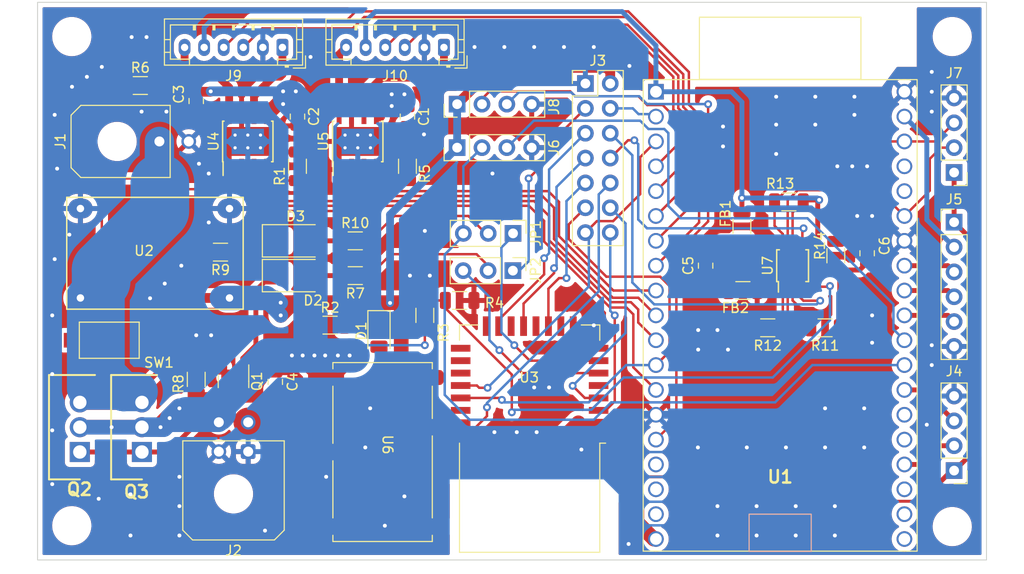
<source format=kicad_pcb>
(kicad_pcb (version 20211014) (generator pcbnew)
  (layers (0 "F.Cu" signal) (31 "B.Cu" signal) (34 "B.Paste" user) (35 "F.Paste" user) (36 "B.SilkS" user "B.Silkscreen") (37 "F.SilkS" user "F.Silkscreen") (38 "B.Mask" user) (39 "F.Mask" user) (44 "Edge.Cuts" user))
  (net 0 "")
  (net 1 "VBATT_GATED")
  (net 2 "GND")
  (net 3 "5V_GATED")
  (net 4 "Net-(C5-Pad1)")
  (net 5 "Net-(C5-Pad2)")
  (net 6 "3V3_ESP32")
  (net 7 "Net-(D1-Pad1)")
  (net 8 "Net-(D2-Pad1)")
  (net 9 "Net-(D2-Pad2)")
  (net 10 "Net-(D3-Pad2)")
  (net 11 "+BATT")
  (net 12 "/ESPEN")
  (net 13 "/E18P10")
  (net 14 "/E18P12")
  (net 15 "/E18P14")
  (net 16 "/E18RX")
  (net 17 "/E18TX")
  (net 18 "+3V3")
  (net 19 "/E18DC")
  (net 20 "/E18DD")
  (net 21 "/E18RST")
  (net 22 "/ADS2")
  (net 23 "/ADS0")
  (net 24 "/EXT1")
  (net 25 "/ESPIO4")
  (net 26 "/ESPIO15")
  (net 27 "/MOSI")
  (net 28 "/MISO")
  (net 29 "/SPICLK")
  (net 30 "/SPICS")
  (net 31 "/ESPIO13")
  (net 32 "/SCL")
  (net 33 "/SDA")
  (net 34 "/M1+")
  (net 35 "/M1enc1")
  (net 36 "/M1enc2")
  (net 37 "/M1-")
  (net 38 "/M2+")
  (net 39 "/M2enc1")
  (net 40 "/M2enc2")
  (net 41 "/M2-")
  (net 42 "/VBATT_maintain")
  (net 43 "/E18P16")
  (net 44 "/VBATT_trigger")
  (net 45 "/E18P17")
  (net 46 "Net-(Q1-Pad3)")
  (net 47 "Net-(R1-Pad1)")
  (net 48 "Net-(R5-Pad1)")
  (net 49 "Net-(R11-Pad2)")
  (net 50 "Net-(R12-Pad1)")
  (net 51 "/M2PWM1")
  (net 52 "/M2PWM2")
  (net 61 "/M1PWM1")
  (net 62 "/M1PWM2")
  (net 63 "/RXD0")
  (net 64 "/TXD0")
  (net 71 "/E18P15")
  (net 76 "/power_cutoff/5V_EN")
  (net 78 "/ESPIO39")
  (net 79 "/ADC/ADS_IN1")
  (net 82 "/ADC/ADS_IN3")
  (net 83 "/ESPIO16")
  (net 84 "/ESPIO17")
  (footprint "Resistor_SMD:R_1206_3216Metric" (layer "F.Cu") (at 238.1 57.4 90)
    (fp_text reference "R14")
    (fp_text value "10k")
  )
  (footprint "Resistor_SMD:R_1206_3216Metric" (layer "F.Cu") (at 233.3 51.9 180)
    (fp_text reference "R13")
    (fp_text value "10k")
  )
  (footprint "NDP6020P:TO254P470X1016X2019-3P" (layer "F.Cu") (at 167.17 77.465 90)
    (fp_text reference "Q3")
    (fp_text value "NDP6020P" hide)
  )
  (footprint "Resistor_SMD:R_1206_3216Metric" (layer "F.Cu") (at 183.07 48.26 90)
    (fp_text reference "R1")
    (fp_text value "18k")
  )
  (footprint "Connector_Molex:Molex_Micro-Fit_3.0_43045-0200_2x01_P3.00mm_Horizontal" (layer "F.Cu") (at 168.955 45.72 90)
    (fp_text reference "J1")
    (fp_text value "Conn_02x01")
  )
  (footprint "MountingHole:MountingHole_3mm" (layer "F.Cu") (at 250 85.09)
    (fp_text reference "MH1" hide)
    (fp_text value "MountingHole_3mm")
  )
  (footprint "Resistor_SMD:R_1206_3216Metric" (layer "F.Cu") (at 228.6 60.96)
    (fp_text reference "FB2")
    (fp_text value "FerriteBead_Small")
  )
  (footprint "Resistor_SMD:R_1206_3216Metric" (layer "F.Cu") (at 188.976 59.436 180)
    (fp_text reference "R7")
    (fp_text value "220")
  )
  (footprint "Connector_Molex:Molex_Micro-Fit_3.0_43045-0400_2x02_P3.00mm_Horizontal" (layer "F.Cu") (at 178.03 77.425 180)
    (fp_text reference "J2")
    (fp_text value "Conn_02x02_Counter_Clockwise" hide)
  )
  (footprint "Connector_PinHeader_2.54mm:PinHeader_1x04_P2.54mm_Vertical" (layer "F.Cu") (at 250.19 48.895 180)
    (fp_text reference "J7")
    (fp_text value "Conn_01x04")
  )
  (footprint "Capacitor_SMD:C_0805_2012Metric" (layer "F.Cu") (at 180.8 70.3 90)
    (fp_text reference "C4")
    (fp_text value "10uF")
  )
  (footprint "Package_SO:TSSOP-10_3x3mm_P0.5mm" (layer "F.Cu") (at 233.68 58.42 90)
    (fp_text reference "U7")
    (fp_text value "ADS1115IDGS")
  )
  (footprint "Connector_PinHeader_2.54mm:PinHeader_1x04_P2.54mm_Vertical" (layer "F.Cu") (at 199.39 46.355 90)
    (fp_text reference "J6")
    (fp_text value "Conn_01x04")
  )
  (footprint "Connector_PinHeader_2.54mm:PinHeader_2x07_P2.54mm_Vertical" (layer "F.Cu") (at 212.5 39.8)
    (fp_text reference "J3")
    (fp_text value "Conn_02x07_Odd_Even")
  )
  (footprint "Resistor_SMD:R_1206_3216Metric" (layer "F.Cu") (at 228.5 54.4 -90)
    (fp_text reference "FB1")
    (fp_text value "FerriteBead_Small")
  )
  (footprint "Capacitor_SMD:C_0805_2012Metric" (layer "F.Cu") (at 183.07 43.18 -90)
    (fp_text reference "C2")
    (fp_text value "0.1uF")
  )
  (footprint "Resistor_SMD:R_1206_3216Metric" (layer "F.Cu") (at 199.644 61.976)
    (fp_text reference "R4")
    (fp_text value "5.1k")
  )
  (footprint "Connector_PinHeader_2.54mm:PinHeader_1x04_P2.54mm_Vertical" (layer "F.Cu") (at 199.39 41.91 90)
    (fp_text reference "J8")
    (fp_text value "Conn_01x04")
  )
  (footprint "Resistor_SMD:R_1206_3216Metric" (layer "F.Cu") (at 237 64.77 180)
    (fp_text reference "R11")
    (fp_text value "10k")
  )
  (footprint "MountingHole:MountingHole_3mm" (layer "F.Cu") (at 160 35)
    (fp_text reference "MH3" hide)
    (fp_text value "MountingHole_3mm")
  )
  (footprint "Mini-360:Mini360" (layer "F.Cu") (at 168.5 57.15)
    (fp_text reference "U2")
    (fp_text value "Mini360")
  )
  (footprint "Diode_SMD:D_SMA" (layer "F.Cu") (at 182.88 55.88)
    (fp_text reference "D3")
    (fp_text value "1N5819")
  )
  (footprint "Resistor_SMD:R_1206_3216Metric" (layer "F.Cu") (at 175.2 57.0375 180)
    (fp_text reference "R9")
    (fp_text value "100k")
  )
  (footprint "Resistor_SMD:R_1206_3216Metric" (layer "F.Cu") (at 172.72 70.0425 -90)
    (fp_text reference "R8")
    (fp_text value "100k")
  )
  (footprint "Resistor_SMD:R_1206_3216Metric" (layer "F.Cu") (at 167.005 40.005)
    (fp_text reference "R6")
    (fp_text value "220k")
  )
  (footprint "Diode_SMD:D_SMA" (layer "F.Cu") (at 182.88 59.436)
    (fp_text reference "D2")
    (fp_text value "1N5819")
  )
  (footprint "Capacitor_SMD:C_0805_2012Metric" (layer "F.Cu") (at 241.3 57.15 90)
    (fp_text reference "C6")
    (fp_text value "1uF")
  )
  (footprint "Resistor_SMD:R_1206_3216Metric" (layer "F.Cu") (at 231.14 64.77 180)
    (fp_text reference "R12")
    (fp_text value "10k")
  )
  (footprint "Resistor_SMD:R_1206_3216Metric" (layer "F.Cu") (at 194.31 48.26 90)
    (fp_text reference "R5")
    (fp_text value "18k")
  )
  (footprint "MountingHole:MountingHole_3mm" (layer "F.Cu") (at 160 85)
    (fp_text reference "MH4" hide)
    (fp_text value "MountingHole_3mm")
  )
  (footprint "Connector_PinHeader_2.54mm:PinHeader_1x04_P2.54mm_Vertical" (layer "F.Cu") (at 250.19 79.365 180)
    (fp_text reference "J4")
    (fp_text value "Conn_01x04")
  )
  (footprint "Connector_JST:JST_PH_B6B-PH-K_1x06_P2.00mm_Vertical" (layer "F.Cu") (at 198.04 36.11 180)
    (fp_text reference "J10")
    (fp_text value "Conn_01x06")
  )
  (footprint "Connector_JST:JST_PH_B6B-PH-K_1x06_P2.00mm_Vertical" (layer "F.Cu") (at 181.53 36.11 180)
    (fp_text reference "J9")
    (fp_text value "Conn_01x06")
  )
  (footprint "Components:2N3904_SOT-23" (layer "F.Cu") (at 176.53 70.235 -90)
    (fp_text reference "Q1")
    (fp_text value "2N3904" hide)
  )
  (footprint "Resistor_SMD:R_1206_3216Metric" (layer "F.Cu") (at 196.088 63.5 90)
    (fp_text reference "R3")
    (fp_text value "18k")
  )
  (footprint "LED_SMD:LED_1206_3216Metric" (layer "F.Cu") (at 191.4 65.3 -90)
    (fp_text reference "D1")
    (fp_text value "LED")
  )
  (footprint "Connector_PinHeader_2.54mm:PinHeader_1x03_P2.54mm_Vertical" (layer "F.Cu") (at 205.09 58.928 -90)
    (fp_text reference "JP2")
    (fp_text value "Jumper_3_Open")
  )
  (footprint "PCB Modules:CKCS-BK03" (layer "F.Cu") (at 191.77 77.47 -90)
    (fp_text reference "U6")
    (fp_text value "CKCS_BK03")
  )
  (footprint "NDP6020P:TO254P470X1016X2019-3P" (layer "F.Cu") (at 160.82 77.465 90)
    (fp_text reference "Q2")
    (fp_text value "NDP6020P" hide)
  )
  (footprint "Capacitor_SMD:C_0805_2012Metric" (layer "F.Cu") (at 194.31 43.18 -90)
    (fp_text reference "C1")
    (fp_text value "0.1uF")
  )
  (footprint "Package_SO:Texas_HTSOP-8-1EP_3.9x4.9mm_P1.27mm_EP2.95x4.9mm_Mask2.4x3.1mm_ThermalVias" (layer "F.Cu") (at 189.23 45.72 90)
    (fp_text reference "U5")
    (fp_text value "DRV8871DDA")
  )
  (footprint "Button_Switch_SMD:SW_SPST_CK_RS282G05A3" (layer "F.Cu") (at 163.83 66.04 180)
    (fp_text reference "SW1")
    (fp_text value "SW_Push")
  )
  (footprint "RF_Module:E18-MS1-PCB" (layer "F.Cu") (at 206.8 76.1 180)
    (fp_text reference "U3")
    (fp_text value "E18-MS1-PCB")
  )
  (footprint "MountingHole:MountingHole_3mm" (layer "F.Cu") (at 250 35)
    (fp_text reference "MH2" hide)
    (fp_text value "MountingHole_3mm")
  )
  (footprint "ESP32-DevKitC:DIP2600W100P254L5400H500Q38N" (layer "F.Cu") (at 232.41 63.5)
    (fp_text reference "U1")
    (fp_text value "ESP32-DevKitC" hide)
  )
  (footprint "Resistor_SMD:R_1206_3216Metric" (layer "F.Cu") (at 188.976 55.88)
    (fp_text reference "R10")
    (fp_text value "220")
  )
  (footprint "Capacitor_SMD:C_0805_2012Metric" (layer "F.Cu") (at 224.79 58.42 -90)
    (fp_text reference "C5")
    (fp_text value "1uF")
  )
  (footprint "Capacitor_SMD:C_0805_2012Metric" (layer "F.Cu") (at 172.72 41.59 -90)
    (fp_text reference "C3")
    (fp_text value "10uF")
  )
  (footprint "Resistor_SMD:R_1206_3216Metric" (layer "F.Cu") (at 186.4 64.5 180)
    (fp_text reference "R2")
    (fp_text value "220")
  )
  (footprint "Package_SO:Texas_HTSOP-8-1EP_3.9x4.9mm_P1.27mm_EP2.95x4.9mm_Mask2.4x3.1mm_ThermalVias" (layer "F.Cu") (at 177.99 45.72 90)
    (fp_text reference "U4")
    (fp_text value "DRV8871DDA")
  )
  (footprint "Connector_PinHeader_2.54mm:PinHeader_1x03_P2.54mm_Vertical" (layer "F.Cu") (at 205.105 55.118 -90)
    (fp_text reference "JP1")
    (fp_text value "Jumper_3_Open")
  )
  (footprint "Connector_PinHeader_2.54mm:PinHeader_1x06_P2.54mm_Vertical" (layer "F.Cu") (at 250.19 53.975)
    (fp_text reference "J5")
    (fp_text value "Conn_01x06")
  )
  (gr_rect (start 156.5 88.5) (end 253.5 31.5) (layer "Edge.Cuts") (width 0.1) (fill none))
  (segment (start 196.088 64.9625) (end 196.088 66.548) (width 0.25) (layer "F.Cu") (net 1))
  (segment (start 192.98 40.9) (end 194.31 42.23) (width 1) (layer "F.Cu") (net 1))
  (segment (start 182.74 41.9) (end 183.07 42.23) (width 0.5) (layer "F.Cu") (net 1))
  (segment (start 194 40.9) (end 194 41.92) (width 1) (layer "F.Cu") (net 1))
  (segment (start 185.9915 69.85) (end 186.15 69.85) (width 2) (layer "F.Cu") (net 1))
  (segment (start 182.9 40.6) (end 182.9 42.06) (width 1) (layer "F.Cu") (net 1))
  (segment (start 192.7 42.1) (end 194.18 42.1) (width 1) (layer "F.Cu") (net 1))
  (segment (start 169.07 74.93) (end 171 73) (width 2) (layer "F.Cu") (net 1))
  (segment (start 185.85 69.85) (end 183.6 67.6) (width 2) (layer "F.Cu") (net 1))
  (segment (start 194.18 42.1) (end 194.31 42.23) (width 1) (layer "F.Cu") (net 1))
  (segment (start 192.7 40.9) (end 192.98 40.9) (width 1) (layer "F.Cu") (net 1))
  (segment (start 191.47 43.18) (end 191.135 42.845) (width 0.5) (layer "F.Cu") (net 1))
  (segment (start 182.5 67.6) (end 188.4 67.6) (width 2) (layer "F.Cu") (net 1))
  (segment (start 174.16 40.64) (end 174.2 40.6) (width 1) (layer "F.Cu") (net 1))
  (segment (start 181.366 41.9) (end 181.6 41.9) (width 1) (layer "F.Cu") (net 1))
  (segment (start 192.7 40.9) (end 194 40.9) (width 1) (layer "F.Cu") (net 1))
  (segment (start 186.15 69.85) (end 188.4 67.6) (width 2) (layer "F.Cu") (net 1))
  (segment (start 181.6 40.6) (end 181.6 41.9) (width 1) (layer "F.Cu") (net 1))
  (segment (start 180.34 42.926) (end 180.34 41.91) (width 0.5) (layer "F.Cu") (net 1))
  (segment (start 180.34 42.926) (end 181.366 41.9) (width 1) (layer "F.Cu") (net 1))
  (segment (start 181.6 41.9) (end 182.74 41.9) (width 1) (layer "F.Cu") (net 1))
  (segment (start 172.72 40.64) (end 174.16 40.64) (width 1) (layer "F.Cu") (net 1))
  (segment (start 185.9915 69.85) (end 185.85 69.85) (width 2) (layer "F.Cu") (net 1))
  (segment (start 180.34 41.91) (end 180.95 41.3) (width 0.5) (layer "F.Cu") (net 1))
  (segment (start 192.7 42.1) (end 191.88 42.1) (width 1) (layer "F.Cu") (net 1))
  (segment (start 194 41.92) (end 194.31 42.23) (width 1) (layer "F.Cu") (net 1))
  (segment (start 180.34 42.926) (end 180.259 42.845) (width 0.5) (layer "F.Cu") (net 1))
  (segment (start 180.259 42.845) (end 179.895 42.845) (width 0.5) (layer "F.Cu") (net 1))
  (segment (start 182.2 41.3) (end 181.6 40.7) (width 1) (layer "F.Cu") (net 1))
  (segment (start 192.7 42.1) (end 192.7 40.9) (width 1) (layer "F.Cu") (net 1))
  (segment (start 167.17 74.93) (end 169.07 74.93) (width 1.5) (layer "F.Cu") (net 1))
  (segment (start 191.516 43.18) (end 191.47 43.18) (width 0.5) (layer "F.Cu") (net 1))
  (segment (start 191.88 42.1) (end 191.516 42.464) (width 1) (layer "F.Cu") (net 1))
  (segment (start 160.82 74.93) (end 167.17 74.93) (width 1.5) (layer "F.Cu") (net 1))
  (segment (start 181.6 40.7) (end 181.6 40.6) (width 1) (layer "F.Cu") (net 1))
  (segment (start 180.95 41.3) (end 182.2 41.3) (width 0.5) (layer "F.Cu") (net 1))
  (segment (start 181.6 40.6) (end 182.9 40.6) (width 1) (layer "F.Cu") (net 1))
  (segment (start 191.516 42.464) (end 191.516 43.18) (width 1) (layer "F.Cu") (net 1))
  (segment (start 182.9 42.06) (end 183.07 42.23) (width 0.5) (layer "F.Cu") (net 1))
  (via (at 194 40.9) (size 0.8) (drill 0.4) (layers "F.Cu" "B.Cu") (net 1))
  (via (at 170 74) (size 0.8) (drill 0.4) (layers "F.Cu" "B.Cu") (net 1))
  (via (at 183.6 67.6) (size 0.8) (drill 0.4) (layers "F.Cu" "B.Cu") (net 1))
  (via (at 164.07 74.93) (size 0.8) (drill 0.4) (layers "F.Cu" "B.Cu") (net 1))
  (via (at 182.5 67.6) (size 0.8) (drill 0.4) (layers "F.Cu" "B.Cu") (net 1))
  (via (at 187.2 67.6) (size 0.8) (drill 0.4) (layers "F.Cu" "B.Cu") (net 1))
  (via (at 185.9 67.6) (size 0.8) (drill 0.4) (layers "F.Cu" "B.Cu") (net 1))
  (via (at 169.07 74.93) (size 0.8) (drill 0.4) (layers "F.Cu" "B.Cu") (net 1))
  (via (at 182.9 40.6) (size 0.8) (drill 0.4) (layers "F.Cu" "B.Cu") (net 1))
  (via (at 181.6 40.6) (size 0.8) (drill 0.4) (layers "F.Cu" "B.Cu") (net 1))
  (via (at 171 73) (size 0.8) (drill 0.4) (layers "F.Cu" "B.Cu") (net 1))
  (via (at 192.7 42.1) (size 0.8) (drill 0.4) (layers "F.Cu" "B.Cu") (net 1))
  (via (at 181.6 41.9) (size 0.8) (drill 0.4) (layers "F.Cu" "B.Cu") (net 1))
  (via (at 196.088 66.548) (size 0.8) (drill 0.4) (layers "F.Cu" "B.Cu") (net 1))
  (via (at 174.2 40.6) (size 0.8) (drill 0.4) (layers "F.Cu" "B.Cu") (net 1))
  (via (at 184.8 67.6) (size 0.8) (drill 0.4) (layers "F.Cu" "B.Cu") (net 1))
  (via (at 192.7 40.9) (size 0.8) (drill 0.4) (layers "F.Cu" "B.Cu") (net 1))
  (via (at 188.4 67.6) (size 0.8) (drill 0.4) (layers "F.Cu" "B.Cu") (net 1))
  (segment (start 169.875 74.425) (end 175.03 74.425) (width 2) (layer "B.Cu") (net 1))
  (segment (start 188.4 67.6) (end 188.7 67.6) (width 3.5) (layer "B.Cu") (net 1))
  (segment (start 170 74) (end 171 73) (width 2) (layer "B.Cu") (net 1))
  (segment (start 184.4 43.3) (end 186.2 41.5) (width 3.5) (layer "B.Cu") (net 1))
  (segment (start 160.82 74.93) (end 164.07 74.93) (width 1.5) (layer "B.Cu") (net 1))
  (segment (start 182.3 41.2) (end 184.4 43.3) (width 3.5) (layer "B.Cu") (net 1))
  (segment (start 196.088 66.548) (end 189.752 66.548) (width 0.25) (layer "B.Cu") (net 1))
  (segment (start 189.752 66.548) (end 188.7 67.6) (width 0.25) (layer "B.Cu") (net 1))
  (segment (start 184.4 67.568) (end 184.4 43.3) (width 3.5) (layer "B.Cu") (net 1))
  (segment (start 179.8 67.9) (end 180.1 67.6) (width 1.5) (layer "B.Cu") (net 1))
  (segment (start 175.03 73.47) (end 174.9 73.6) (width 3.5) (layer "B.Cu") (net 1))
  (segment (start 186.2 41.5) (end 193.4 41.5) (width 3.5) (layer "B.Cu") (net 1))
  (segment (start 175.03 72.67) (end 175.03 73.47) (width 3.5) (layer "B.Cu") (net 1))
  (segment (start 167.17 74.93) (end 169.37 74.93) (width 2) (layer "B.Cu") (net 1))
  (segment (start 164.07 74.93) (end 167.17 74.93) (width 1.5) (layer "B.Cu") (net 1))
  (segment (start 180.1 67.6) (end 184.368 67.6) (width 3.5) (layer "B.Cu") (net 1))
  (segment (start 174.9 73.6) (end 171.7 73.6) (width 3.5) (layer "B.Cu") (net 1))
  (segment (start 187.2 67.6) (end 188.4 67.6) (width 3.5) (layer "B.Cu") (net 1))
  (segment (start 169.37 74.93) (end 169.875 74.425) (width 2) (layer "B.Cu") (net 1))
  (segment (start 179.8 67.9) (end 175.03 72.67) (width 3.5) (layer "B.Cu") (net 1))
  (segment (start 174.2 40.6) (end 181.6 40.6) (width 1) (layer "B.Cu") (net 1))
  (segment (start 184.368 67.6) (end 184.4 67.568) (width 3.5) (layer "B.Cu") (net 1))
  (segment (start 180.1 67.6) (end 187.2 67.6) (width 3.5) (layer "B.Cu") (net 1))
  (segment (start 233.68 60.57) (end 233.68 58.928) (width 0.25) (layer "F.Cu") (net 2))
  (segment (start 233.68 61.976) (end 234.188 62.484) (width 0.25) (layer "F.Cu") (net 2))
  (segment (start 233.68 60.57) (end 233.68 61.976) (width 0.25) (layer "F.Cu") (net 2))
  (via (at 234 83) (size 0.8) (drill 0.4) (layers "F.Cu" "B.Cu") (net 2))
  (via (at 203.2 75.438) (size 0.8) (drill 0.4) (layers "F.Cu" "B.Cu") (net 2))
  (via (at 196.088 54.864) (size 0.8) (drill 0.4) (layers "F.Cu" "B.Cu") (net 2))
  (via (at 171 86) (size 0.8) (drill 0.4) (layers "F.Cu" "B.Cu") (net 2))
  (via (at 174.244 65.532) (size 0.8) (drill 0.4) (layers "F.Cu" "B.Cu") (net 2))
  (via (at 233 77) (size 0.8) (drill 0.4) (layers "F.Cu" "B.Cu") (net 2))
  (via (at 236 44) (size 0.8) (drill 0.4) (layers "F.Cu" "B.Cu") (net 2))
  (via (at 207.518 75.438) (size 0.8) (drill 0.4) (layers "F.Cu" "B.Cu") (net 2))
  (via (at 166 86) (size 0.8) (drill 0.4) (layers "F.Cu" "B.Cu") (net 2))
  (via (at 190.5 73) (size 0.8) (drill 0.4) (layers "F.Cu" "B.Cu") (net 2))
  (via (at 203 49) (size 0.8) (drill 0.4) (layers "F.Cu" "B.Cu") (net 2))
  (via (at 158 75.25) (size 0.8) (drill 0.4) (layers "F.Cu" "B.Cu") (net 2))
  (via (at 159.75 55.25) (size 0.8) (drill 0.4) (layers "F.Cu" "B.Cu") (net 2))
  (via (at 226.568 46.228) (size 0.8) (drill 0.4) (layers "F.Cu" "B.Cu") (net 2))
  (via (at 239.776 48.26) (size 0.8) (drill 0.4) (layers "F.Cu" "B.Cu") (net 2))
  (via (at 216.916 86.868) (size 0.8) (drill 0.4) (layers "F.Cu" "B.Cu") (net 2))
  (via (at 236 41.148) (size 0.8) (drill 0.4) (layers "F.Cu" "B.Cu") (net 2))
  (via (at 230 86) (size 0.8) (drill 0.4) (layers "F.Cu" "B.Cu") (net 2))
  (via (at 201.168 36.068) (size 0.8) (drill 0.4) (layers "F.Cu" "B.Cu") (net 2))
  (via (at 169.5 60.25) (size 0.8) (drill 0.4) (layers "F.Cu" "B.Cu") (net 2))
  (via (at 229 77) (size 0.8) (drill 0.4) (layers "F.Cu" "B.Cu") (net 2))
  (via (at 207.264 36.068) (size 0.8) (drill 0.4) (layers "F.Cu" "B.Cu") (net 2))
  (via (at 158.25 43) (size 0.8) (drill 0.4) (layers "F.Cu" "B.Cu") (net 2))
  (via (at 241.3 48.26) (size 0.8) (drill 0.4) (layers "F.Cu" "B.Cu") (net 2))
  (via (at 166.116 35.052) (size 0.8) (drill 0.4) (layers "F.Cu" "B.Cu") (net 2))
  (via (at 247.904 68.58) (size 0.8) (drill 0.4) (layers "F.Cu" "B.Cu") (net 2))
  (via (at 234 86) (size 0.8) (drill 0.4) (layers "F.Cu" "B.Cu") (net 2))
  (via (at 210.312 36.068) (size 0.8) (drill 0.4) (layers "F.Cu" "B.Cu") (net 2))
  (via (at 167.64 35.052) (size 0.8) (drill 0.4) (layers "F.Cu" "B.Cu") (net 2))
  (via (at 247.904 40.64) (size 0.8) (drill 0.4) (layers "F.Cu" "B.Cu") (net 2))
  (via (at 171.196 58.42) (size 0.8) (drill 0.4) (layers "F.Cu" "B.Cu") (net 2))
  (via (at 247.904 38.608) (size 0.8) (drill 0.4) (layers "F.Cu" "B.Cu") (net 2))
  (via (at 194 82) (size 0.8) (drill 0.4) (layers "F.Cu" "B.Cu") (net 2))
  (via (at 237 77) (size 0.8) (drill 0.4) (layers "F.Cu" "B.Cu") (net 2))
  (via (at 241 73) (size 0.8) (drill 0.4) (layers "F.Cu" "B.Cu") (net 2))
  (via (at 232 44) (size 0.8) (drill 0.4) (layers "F.Cu" "B.Cu") (net 2))
  (via (at 232 47) (size 0.8) (drill 0.4) (layers "F.Cu" "B.Cu") (net 2))
  (via (at 162.75 82.25) (size 0.8) (drill 0.4) (layers "F.Cu" "B.Cu") (net 2))
  (via (at 230 83) (size 0.8) (drill 0.4) (layers "F.Cu" "B.Cu") (net 2))
  (via (at 224 77) (size 0.8) (drill 0.4) (layers "F.Cu" "B.Cu") (net 2))
  (via (at 166 81.788) (size 0.8) (drill 0.4) (layers "F.Cu" "B.Cu") (net 2))
  (via (at 232 41.148) (size 0.8) (drill 0.4) (layers "F.Cu" "B.Cu") (net 2))
  (via (at 241.808 66.294) (size 0.8) (drill 0.4) (layers "F.Cu" "B.Cu") (net 2))
  (via (at 192 85) (size 0.8) (drill 0.4) (layers "F.Cu" "B.Cu") (net 2))
  (via (at 238 83) (size 0.8) (drill 0.4) (layers "F.Cu" "B.Cu") (net 2))
  (via (at 173 48) (size 0.8) (drill 0.4) (layers "F.Cu" "B.Cu") (net 2))
  (via (at 238.252 48.26) (size 0.8) (drill 0.4) (layers "F.Cu" "B.Cu") (net 2))
  (via (at 190 77) (size 0.8) (drill 0.4) (layers "F.Cu" "B.Cu") (net 2))
  (via (at 194.564 59.436) (size 0.8) (drill 0.4) (layers "F.Cu" "B.Cu") (net 2))
  (via (at 237 73) (size 0.8) (drill 0.4) (layers "F.Cu" "B.Cu") (net 2))
  (via (at 158.25 57.75) (size 0.8) (drill 0.4) (layers "F.Cu" "B.Cu") (net 2))
  (via (at 207.264 70.866) (size 0.8) (drill 0.4) (layers "F.Cu" "B.Cu") (net 2))
  (via (at 213.36 36.068) (size 0.8) (drill 0.4) (layers "F.Cu" "B.Cu") (net 2))
  (via (at 158.5 48.5) (size 0.8) (drill 0.4) (layers "F.Cu" "B.Cu") (net 2))
  (via (at 184.404 37.084) (size 0.8) (drill 0.4) (layers "F.Cu" "B.Cu") (net 2))
  (via (at 226.568 44.196) (size 0.8) (drill 0.4) (layers "F.Cu" "B.Cu") (net 2))
  (via (at 171 80) (size 0.8) (drill 0.4) (layers "F.Cu" "B.Cu") (net 2))
  (via (at 240 43) (size 0.8) (drill 0.4) (layers "F.Cu" "B.Cu") (net 2))
  (via (at 168 61.75) (size 0.8) (drill 0.4) (layers "F.Cu" "B.Cu") (net 2))
  (via (at 227.076 67) (size 0.8) (drill 0.4) (layers "F.Cu" "B.Cu") (net 2))
  (via (at 161.544 39.116) (size 0.8) (drill 0.4) (layers "F.Cu" "B.Cu") (net 2))
  (via (at 205.486 75.438) (size 0.8) (drill 0.4) (layers "F.Cu" "B.Cu") (net 2))
  (via (at 238 86) (size 0.8) (drill 0.4) (layers "F.Cu" "B.Cu") (net 2))
  (via (at 158 80.75) (size 0.8) (drill 0.4) (layers "F.Cu" "B.Cu") (net 2))
  (via (at 179.75 85.5) (size 0.8) (drill 0.4) (layers "F.Cu" "B.Cu") (net 2))
  (via (at 169.672 42.672) (size 0.8) (drill 0.4) (layers "F.Cu" "B.Cu") (net 2))
  (via (at 226 83) (size 0.8) (drill 0.4) (layers "F.Cu" "B.Cu") (net 2))
  (via (at 196.596 59.436) (size 0.8) (drill 0.4) (layers "F.Cu" "B.Cu") (net 2))
  (via (at 241.808 63.5) (size 0.8) (drill 0.4) (layers "F.Cu" "B.Cu") (net 2))
  (via (at 217 38) (size 0.8) (drill 0.4) (layers "F.Cu" "B.Cu") (net 2))
  (via (at 224.028 67) (size 0.8) (drill 0.4) (layers "F.Cu" "B.Cu") (net 2))
  (via (at 186 80) (size 0.8) (drill 0.4) (layers "F.Cu" "B.Cu") (net 2))
  (via (at 158 69.5) (size 0.8) (drill 0.4) (layers "F.Cu" "B.Cu") (net 2))
  (via (at 171 83) (size 0.8) (drill 0.4) (layers "F.Cu" "B.Cu") (net 2))
  (via (at 160.02 40.132) (size 0.8) (drill 0.4) (layers "F.Cu" "B.Cu") (net 2))
  (via (at 174 54) (size 0.8) (drill 0.4) (layers "F.Cu" "B.Cu") (net 2))
  (via (at 158 63.5) (size 0.8) (drill 0.4) (layers "F.Cu" "B.Cu") (net 2))
  (via (at 163.068 38.1) (size 0.8) (drill 0.4) (layers "F.Cu" "B.Cu") (net 2))
  (via (at 240 41.148) (size 0.8) (drill 0.4) (layers "F.Cu" "B.Cu") (net 2))
  (via (at 241 77) (size 0.8) (drill 0.4) (layers "F.Cu" "B.Cu") (net 2))
  (via (at 213.36 64.516) (size 0.8) (drill 0.4) (layers "F.Cu" "B.Cu") (net 2))
  (via (at 174 49) (size 0.8) (drill 0.4) (layers "F.Cu" "B.Cu") (net 2))
  (via (at 204.216 36.068) (size 0.8) (drill 0.4) (layers "F.Cu" "B.Cu") (net 2))
  (via (at 208.788 70.866) (size 0.8) (drill 0.4) (layers "F.Cu" "B.Cu") (net 2))
  (via (at 226 65) (size 0.8) (drill 0.4) (layers "F.Cu" "B.Cu") (net 2))
  (via (at 226 86) (size 0.8) (drill 0.4) (layers "F.Cu" "B.Cu") (net 2))
  (via (at 224.028 65) (size 0.8) (drill 0.4) (layers "F.Cu" "B.Cu") (net 2))
  (via (at 247.904 42.672) (size 0.8) (drill 0.4) (layers "F.Cu" "B.Cu") (net 2))
  (via (at 247.396 74.676) (size 0.8) (drill 0.4) (layers "F.Cu" "B.Cu") (net 2))
  (via (at 241.808 53.34) (size 0.8) (drill 0.4) (layers "F.Cu" "B.Cu") (net 2))
  (via (at 167.132 42.672) (size 0.8) (drill 0.4) (layers "F.Cu" "B.Cu") (net 2))
  (via (at 240.284 53.34) (size 0.8) (drill 0.4) (layers "F.Cu" "B.Cu") (net 2))
  (via (at 196 45) (size 0.8) (drill 0.4) (layers "F.Cu" "B.Cu") (net 2))
  (via (at 212.09 77.216) (size 0.8) (drill 0.4) (layers "F.Cu" "B.Cu") (net 2))
  (via (at 172.72 65.532) (size 0.8) (drill 0.4) (layers "F.Cu" "B.Cu") (net 2))
  (via (at 247.904 66.548) (size 0.8) (drill 0.4) (layers "F.Cu" "B.Cu") (net 2))
  (segment (start 219.71 73.66) (end 221.742 73.66) (width 0.8) (layer "B.Cu") (net 2))
  (segment (start 218.694 77.47) (end 220.726 77.47) (width 0.25) (layer "B.Cu") (net 2))
  (segment (start 218.694 82.55) (end 220.726 82.55) (width 0.25) (layer "B.Cu") (net 2))
  (segment (start 219.71 73.66) (end 217.678 73.66) (width 0.8) (layer "B.Cu") (net 2))
  (segment (start 218.694 80.01) (end 220.726 80.01) (width 0.25) (layer "B.Cu") (net 2))
  (segment (start 218.694 84.963) (end 220.726 84.963) (width 0.25) (layer "B.Cu") (net 2))
  (segment (start 214.69952 79.39952) (end 217.760489 82.460489) (width 1.5) (layer "F.Cu") (net 3))
  (segment (start 191.4 68.6) (end 191.4 66.7) (width 0.5) (layer "F.Cu") (net 3))
  (segment (start 219.492974 86.36) (end 219.71 86.36) (width 1.5) (layer "F.Cu") (net 3))
  (segment (start 185.575 74.425) (end 191.4 68.6) (width 0.5) (layer "F.Cu") (net 3))
  (segment (start 217.760489 84.627515) (end 219.492974 86.36) (width 1.5) (layer "F.Cu") (net 3))
  (segment (start 181.4 80.7) (end 185.79 85.09) (width 3) (layer "F.Cu") (net 3))
  (segment (start 180.8 74.1) (end 181.125 74.425) (width 0.5) (layer "F.Cu") (net 3))
  (segment (start 185.9915 85.09) (end 191.68198 79.39952) (width 1.5) (layer "F.Cu") (net 3))
  (segment (start 180.8 71.25) (end 180.8 74.1) (width 0.5) (layer "F.Cu") (net 3))
  (segment (start 217.760489 82.460489) (end 217.760489 84.627515) (width 1.5) (layer "F.Cu") (net 3))
  (segment (start 181.125 74.425) (end 181.4 74.7) (width 1.5) (layer "F.Cu") (net 3))
  (segment (start 181.4 74.7) (end 181.4 80.7) (width 3) (layer "F.Cu") (net 3))
  (segment (start 181.125 74.425) (end 185.575 74.425) (width 0.5) (layer "F.Cu") (net 3))
  (segment (start 185.79 85.09) (end 185.9915 85.09) (width 1.5) (layer "F.Cu") (net 3))
  (segment (start 191.68198 79.39952) (end 214.69952 79.39952) (width 1.5) (layer "F.Cu") (net 3))
  (segment (start 178.03 74.425) (end 181.125 74.425) (width 3) (layer "F.Cu") (net 3))
  (segment (start 228.5 55.8625) (end 226.3975 55.8625) (width 0.5) (layer "F.Cu") (net 4))
  (segment (start 226.3975 55.8625) (end 224.79 57.47) (width 0.5) (layer "F.Cu") (net 4))
  (segment (start 224.79 59.37) (end 224.79 59.79) (width 0.5) (layer "F.Cu") (net 5))
  (segment (start 224.79 59.79) (end 225.96 60.96) (width 0.5) (layer "F.Cu") (net 5))
  (segment (start 225.96 60.96) (end 227.1375 60.96) (width 0.5) (layer "F.Cu") (net 5))
  (segment (start 240.5375 58.8625) (end 241.3 58.1) (width 0.5) (layer "F.Cu") (net 6))
  (segment (start 236.249511 51.850489) (end 236.249511 57.012011) (width 0.5) (layer "F.Cu") (net 6))
  (segment (start 236.4 51.7) (end 236.249511 51.850489) (width 0.5) (layer "F.Cu") (net 6))
  (segment (start 233.68 52.9825) (end 234.7625 51.9) (width 0.25) (layer "F.Cu") (net 6))
  (segment (start 236.249511 57.012011) (end 238.1 58.8625) (width 0.5) (layer "F.Cu") (net 6))
  (segment (start 228.5 51.5) (end 228.5 52.9375) (width 0.5) (layer "F.Cu") (net 6))
  (segment (start 238.1 58.8625) (end 240.5375 58.8625) (width 0.5) (layer "F.Cu") (net 6))
  (segment (start 238.5 59.2625) (end 238.1 58.8625) (width 0.5) (layer "F.Cu") (net 6))
  (segment (start 238.5 64.7325) (end 238.5 59.2625) (width 0.5) (layer "F.Cu") (net 6))
  (segment (start 236.4 51.7) (end 234.9625 51.7) (width 0.5) (layer "F.Cu") (net 6))
  (segment (start 238.4625 64.77) (end 238.5 64.7325) (width 0.5) (layer "F.Cu") (net 6))
  (segment (start 233.68 56.27) (end 233.68 52.9825) (width 0.25) (layer "F.Cu") (net 6))
  (segment (start 234.9625 51.7) (end 234.7625 51.9) (width 0.5) (layer "F.Cu") (net 6))
  (via (at 228.5 51.5) (size 0.8) (drill 0.4) (layers "F.Cu" "B.Cu") (net 6))
  (via (at 236.4 51.7) (size 0.8) (drill 0.4) (layers "F.Cu" "B.Cu") (net 6))
  (segment (start 236.2 51.5) (end 228.5 51.5) (width 0.5) (layer "B.Cu") (net 6))
  (segment (start 173.53 36.11) (end 173.53 34.07) (width 0.5) (layer "B.Cu") (net 6))
  (segment (start 190.04 33.44) (end 190.04 36.11) (width 0.5) (layer "B.Cu") (net 6))
  (segment (start 190.04 33.44) (end 191.029519 32.450481) (width 0.5) (layer "B.Cu") (net 6))
  (segment (start 227.44 40.64) (end 228.5 41.7) (width 0.5) (layer "B.Cu") (net 6))
  (segment (start 236.4 51.7) (end 236.2 51.5) (width 0.5) (layer "B.Cu") (net 6))
  (segment (start 219.71 40.64) (end 227.44 40.64) (width 0.5) (layer "B.Cu") (net 6))
  (segment (start 219.71 35.908598) (end 219.71 40.64) (width 0.5) (layer "B.Cu") (net 6))
  (segment (start 191.029519 32.450481) (end 216.251883 32.450481) (width 0.5) (layer "B.Cu") (net 6))
  (segment (start 228.5 41.7) (end 228.5 51.5) (width 0.5) (layer "B.Cu") (net 6))
  (segment (start 216.251883 32.450481) (end 219.71 35.908598) (width 0.5) (layer "B.Cu") (net 6))
  (segment (start 173.53 34.07) (end 174.2 33.4) (width 0.5) (layer "B.Cu") (net 6))
  (segment (start 190 33.4) (end 190.04 33.44) (width 0.5) (layer "B.Cu") (net 6))
  (segment (start 174.2 33.4) (end 190 33.4) (width 0.5) (layer "B.Cu") (net 6))
  (segment (start 191.4 63.9) (end 188.4625 63.9) (width 0.25) (layer "F.Cu") (net 7))
  (segment (start 188.4625 63.9) (end 187.8625 64.5) (width 0.25) (layer "F.Cu") (net 7))
  (segment (start 180.34 59.436) (end 178.816 60.96) (width 0.5) (layer "F.Cu") (net 8))
  (segment (start 177.4375 57.0375) (end 178.2125 57.0375) (width 1) (layer "F.Cu") (net 8))
  (segment (start 178.816 60.96) (end 178.816 66.548) (width 0.5) (layer "F.Cu") (net 8))
  (segment (start 178.2125 57.0375) (end 179.7225 57.0375) (width 1) (layer "F.Cu") (net 8))
  (segment (start 177.48 67.884) (end 177.48 69.2975) (width 0.5) (layer "F.Cu") (net 8))
  (segment (start 178.816 66.548) (end 177.48 67.884) (width 0.5) (layer "F.Cu") (net 8))
  (segment (start 177.5 57.1) (end 177.4375 57.0375) (width 0.5) (layer "F.Cu") (net 8))
  (segment (start 178.2125 57.0375) (end 178.4075 57.0375) (width 1) (layer "F.Cu") (net 8))
  (segment (start 180.88 59.436) (end 180.34 59.436) (width 0.5) (layer "F.Cu") (net 8))
  (segment (start 178.4075 57.0375) (end 180.85 59.48) (width 1) (layer "F.Cu") (net 8))
  (segment (start 179.7225 57.0375) (end 180.88 55.88) (width 1) (layer "F.Cu") (net 8))
  (segment (start 176.6625 57.0375) (end 177.4375 57.0375) (width 1) (layer "F.Cu") (net 8))
  (segment (start 184.88 59.436) (end 187.5135 59.436) (width 0.5) (layer "F.Cu") (net 9))
  (segment (start 184.88 55.88) (end 187.5135 55.88) (width 0.5) (layer "F.Cu") (net 10))
  (segment (start 169.52 68.58) (end 172.72 68.58) (width 0.5) (layer "F.Cu") (net 11))
  (segment (start 160.825 72.4) (end 167.175 72.4) (width 1.5) (layer "F.Cu") (net 11))
  (segment (start 167.17 72.395) (end 167.17 70.93) (width 0.5) (layer "F.Cu") (net 11))
  (segment (start 167.17 70.93) (end 169.52 68.58) (width 0.5) (layer "F.Cu") (net 11))
  (segment (start 163.4125 69.4125) (end 165.295 71.295) (width 4) (layer "B.Cu") (net 11))
  (segment (start 163 60) (end 161.5 61.5) (width 4) (layer "B.Cu") (net 11))
  (segment (start 163.4125 60.4125) (end 163.4125 69.4125) (width 4) (layer "B.Cu") (net 11))
  (segment (start 161.5 61.5) (end 161.5 71) (width 4) (layer "B.Cu") (net 11))
  (segment (start 168.955 49.955) (end 168.955 45.72) (width 3) (layer "B.Cu") (net 11))
  (segment (start 169 50) (end 169 52.825) (width 6) (layer "B.Cu") (net 11))
  (segment (start 160.82 72.395) (end 167.17 72.395) (width 1.5) (layer "B.Cu") (net 11))
  (segment (start 168.825 53) (end 163 58.825) (width 6) (layer "B.Cu") (net 11))
  (segment (start 168.955 53) (end 168.825 53) (width 3) (layer "B.Cu") (net 11))
  (segment (start 166.795 71.295) (end 166.9 71.4) (width 2.5) (layer "B.Cu") (net 11))
  (segment (start 163 58.825) (end 163 60) (width 6) (layer "B.Cu") (net 11))
  (segment (start 165.295 71.295) (end 166.795 71.295) (width 4) (layer "B.Cu") (net 11))
  (segment (start 162 68) (end 165.295 71.295) (width 4) (layer "B.Cu") (net 11))
  (segment (start 169 50) (end 168.955 49.955) (width 3) (layer "B.Cu") (net 11))
  (segment (start 163 60) (end 163.4125 60.4125) (width 4) (layer "B.Cu") (net 11))
  (segment (start 169 52.825) (end 163 58.825) (width 4) (layer "B.Cu") (net 11))
  (segment (start 217.932 42.926) (end 219.456 42.926) (width 0.25) (layer "B.Cu") (net 12))
  (segment (start 219.456 42.926) (end 219.71 43.18) (width 0.25) (layer "B.Cu") (net 12))
  (segment (start 215.04 42.34) (end 217.346 42.34) (width 0.25) (layer "B.Cu") (net 12))
  (segment (start 217.346 42.34) (end 217.932 42.926) (width 0.25) (layer "B.Cu") (net 12))
  (segment (start 219.43 42.9) (end 219.71 43.18) (width 0.25) (layer "B.Cu") (net 12))
  (segment (start 208.28 57.658) (end 208.28 59.31) (width 0.25) (layer "F.Cu") (net 13))
  (segment (start 203.64 63.95) (end 203.64 64.6) (width 0.25) (layer "F.Cu") (net 13))
  (segment (start 208.28 59.31) (end 203.64 63.95) (width 0.25) (layer "F.Cu") (net 13))
  (via (at 208.28 57.658) (size 0.8) (drill 0.4) (layers "F.Cu" "B.Cu") (net 13))
  (segment (start 208.788 48.592) (end 212.5 44.88) (width 0.25) (layer "B.Cu") (net 13))
  (segment (start 208.28 57.658) (end 208.788 57.15) (width 0.25) (layer "B.Cu") (net 13))
  (segment (start 208.788 57.15) (end 208.788 48.592) (width 0.25) (layer "B.Cu") (net 13))
  (segment (start 206.18 62.298) (end 206.18 64.6) (width 0.25) (layer "F.Cu") (net 14))
  (segment (start 209.296 58.674) (end 209.296 59.182) (width 0.25) (layer "F.Cu") (net 14))
  (segment (start 209.296 59.182) (end 206.18 62.298) (width 0.25) (layer "F.Cu") (net 14))
  (via (at 209.296 58.674) (size 0.8) (drill 0.4) (layers "F.Cu" "B.Cu") (net 14))
  (segment (start 209.301386 58.674) (end 209.55 58.425386) (width 0.25) (layer "B.Cu") (net 14))
  (segment (start 209.55 58.425386) (end 209.55 50.37) (width 0.25) (layer "B.Cu") (net 14))
  (segment (start 209.55 50.37) (end 212.5 47.42) (width 0.25) (layer "B.Cu") (net 14))
  (segment (start 209.296 58.674) (end 209.301386 58.674) (width 0.25) (layer "B.Cu") (net 14))
  (segment (start 208.72 60.774) (end 208.72 64.6) (width 0.25) (layer "F.Cu") (net 15))
  (segment (start 209.804 59.69) (end 208.72 60.774) (width 0.25) (layer "F.Cu") (net 15))
  (segment (start 210.566 59.69) (end 209.804 59.69) (width 0.25) (layer "F.Cu") (net 15))
  (via (at 210.566 59.69) (size 0.8) (drill 0.4) (layers "F.Cu" "B.Cu") (net 15))
  (segment (start 210.566 51.816) (end 212.422 49.96) (width 0.25) (layer "B.Cu") (net 15))
  (segment (start 210.566 59.69) (end 210.566 51.816) (width 0.25) (layer "B.Cu") (net 15))
  (segment (start 212.422 49.96) (end 212.5 49.96) (width 0.25) (layer "B.Cu") (net 15))
  (segment (start 219.71 68.58) (end 221.1 67.19) (width 0.25) (layer "F.Cu") (net 16))
  (segment (start 203.962 72.136) (end 203.766 71.94) (width 0.25) (layer "F.Cu") (net 16))
  (segment (start 221.1 67.19) (end 221.1 60.5) (width 0.25) (layer "F.Cu") (net 16))
  (segment (start 210.8 54.2) (end 212.5 52.5) (width 0.25) (layer "F.Cu") (net 16))
  (segment (start 203.766 71.94) (end 199.75 71.94) (width 0.25) (layer "F.Cu") (net 16))
  (segment (start 221.1 60.5) (end 220.144511 59.544511) (width 0.25) (layer "F.Cu") (net 16))
  (segment (start 210.8 55.7) (end 210.8 54.2) (width 0.25) (layer "F.Cu") (net 16))
  (segment (start 214.644511 59.544511) (end 210.8 55.7) (width 0.25) (layer "F.Cu") (net 16))
  (segment (start 220.144511 59.544511) (end 214.644511 59.544511) (width 0.25) (layer "F.Cu") (net 16))
  (via (at 203.962 72.136) (size 0.8) (drill 0.4) (layers "F.Cu" "B.Cu") (net 16))
  (segment (start 216.662 68.58) (end 219.71 68.58) (width 0.25) (layer "B.Cu") (net 16))
  (segment (start 212.852 72.39) (end 216.662 68.58) (width 0.25) (layer "B.Cu") (net 16))
  (segment (start 204.216 72.39) (end 212.852 72.39) (width 0.25) (layer "B.Cu") (net 16))
  (segment (start 203.962 72.136) (end 204.216 72.39) (width 0.25) (layer "B.Cu") (net 16))
  (segment (start 199.75 70.67) (end 201.412 70.67) (width 0.25) (layer "F.Cu") (net 17))
  (segment (start 213.674511 53.865489) (end 212.5 55.04) (width 0.25) (layer "F.Cu") (net 17))
  (segment (start 218.1 51.10101) (end 215.335521 53.865489) (width 0.25) (layer "F.Cu") (net 17))
  (segment (start 202.5 70.9) (end 201.642 70.9) (width 0.25) (layer "F.Cu") (net 17))
  (segment (start 215.335521 53.865489) (end 213.674511 53.865489) (width 0.25) (layer "F.Cu") (net 17))
  (segment (start 218.1 47.33) (end 218.1 51.10101) (width 0.25) (layer "F.Cu") (net 17))
  (segment (start 219.71 45.72) (end 218.1 47.33) (width 0.25) (layer "F.Cu") (net 17))
  (segment (start 201.412 70.67) (end 201.642 70.9) (width 0.25) (layer "F.Cu") (net 17))
  (via (at 202.5 70.9) (size 0.8) (drill 0.4) (layers "F.Cu" "B.Cu") (net 17))
  (segment (start 212.852 60.548) (end 212.852 55.392) (width 0.25) (layer "B.Cu") (net 17))
  (segment (start 202.5 70.9) (end 212.852 60.548) (width 0.25) (layer "B.Cu") (net 17))
  (segment (start 212.852 55.392) (end 212.5 55.04) (width 0.25) (layer "B.Cu") (net 17))
  (segment (start 246.8 82.5) (end 243.5 82.5) (width 0.3) (layer "F.Cu") (net 18))
  (segment (start 211.778 74.48) (end 213.85 74.48) (width 0.8) (layer "F.Cu") (net 18))
  (segment (start 193.548 62.23) (end 193.518 62.2) (width 1.5) (layer "F.Cu") (net 18))
  (segment (start 250.235 79.365) (end 252.5 77.1) (width 0.5) (layer "F.Cu") (net 18))
  (segment (start 250.19 53.975) (end 250.19 48.895) (width 0.5) (layer "F.Cu") (net 18))
  (segment (start 215.9 75.250978) (end 215.9 78.408648) (width 0.8) (layer "F.Cu") (net 18))
  (segment (start 208.758 77.5) (end 211.778 74.48) (width 1.5) (layer "F.Cu") (net 18))
  (segment (start 252.5 77.1) (end 252.5 56.285) (width 0.5) (layer "F.Cu") (net 18))
  (segment (start 243.4 82.4) (end 241 80) (width 0.8) (layer "F.Cu") (net 18))
  (segment (start 214.642081 38.2) (end 203.1 38.2) (width 1) (layer "F.Cu") (net 18))
  (segment (start 182.85 62.2) (end 182.656 62.2) (width 1.5) (layer "F.Cu") (net 18))
  (segment (start 241 80) (end 221.3 80) (width 0.8) (layer "F.Cu") (net 18))
  (segment (start 213.85 74.48) (end 215.129022 74.48) (width 0.8) (layer "F.Cu") (net 18))
  (segment (start 250.19 79.365) (end 250.235 79.365) (width 0.5) (layer "F.Cu") (net 18))
  (segment (start 182.656 62.2) (end 181.356 63.5) (width 1.5) (layer "F.Cu") (net 18))
  (segment (start 252.5 56.285) (end 250.19 53.975) (width 0.5) (layer "F.Cu") (net 18))
  (segment (start 249.935 79.365) (end 246.8 82.5) (width 0.5) (layer "F.Cu") (net 18))
  (segment (start 217.491352 80) (end 218.1 80) (width 0.8) (layer "F.Cu") (net 18))
  (segment (start 243.5 82.5) (end 243.4 82.4) (width 0.3) (layer "F.Cu") (net 18))
  (segment (start 182.85 62.2) (end 181.356 62.2) (width 1.5) (layer "F.Cu") (net 18))
  (segment (start 193.518 62.2) (end 182.85 62.2) (width 1.5) (layer "F.Cu") (net 18))
  (segment (start 193.548 62.23) (end 193.6725 62.3545) (width 1.5) (layer "F.Cu") (net 18))
  (segment (start 193.6725 76.2725) (end 194.9 77.5) (width 1.5) (layer "F.Cu") (net 18))
  (segment (start 221.3 80) (end 218.1 80) (width 0.3) (layer "F.Cu") (net 18))
  (segment (start 193.6725 62.3545) (end 193.6725 76.2725) (width 1.5) (layer "F.Cu") (net 18))
  (segment (start 181.356 62.2) (end 181.356 63.5) (width 1.5) (layer "F.Cu") (net 18))
  (segment (start 194.9 77.5) (end 208.758 77.5) (width 1.5) (layer "F.Cu") (net 18))
  (segment (start 215.04 39.8) (end 215.04 38.597919) (width 1) (layer "F.Cu") (net 18))
  (segment (start 175.345 61.72) (end 172.05 61.72) (width 1) (layer "F.Cu") (net 18))
  (segment (start 215.9 78.408648) (end 217.491352 80) (width 0.8) (layer "F.Cu") (net 18))
  (segment (start 172.05 61.72) (end 167.73 66.04) (width 1) (layer "F.Cu") (net 18))
  (segment (start 215.129022 74.48) (end 215.9 75.250978) (width 0.8) (layer "F.Cu") (net 18))
  (segment (start 203.1 38.2) (end 199.39 41.91) (width 1) (layer "F.Cu") (net 18))
  (segment (start 215.04 38.597919) (end 214.642081 38.2) (width 1) (layer "F.Cu") (net 18))
  (via (at 192.532 62.23) (size 0.8) (drill 0.4) (layers "F.Cu" "B.Cu") (net 18))
  (via (at 181.356 62.2) (size 0.8) (drill 0.4) (layers "F.Cu" "B.Cu") (net 18))
  (via (at 181.356 63.5) (size 0.8) (drill 0.4) (layers "F.Cu" "B.Cu") (net 18))
  (segment (start 179.834 61.978) (end 181.356 63.5) (width 1.5) (layer "B.Cu") (net 18))
  (segment (start 192.532 53.213) (end 199.39 46.355) (width 0.8) (layer "B.Cu") (net 18))
  (segment (start 199.39 46.355) (end 199.39 41.91) (width 0.8) (layer "B.Cu") (net 18))
  (segment (start 175.345 61.72) (end 179.834 61.72) (width 2.5) (layer "B.Cu") (net 18))
  (segment (start 179.834 61.72) (end 180.876 61.72) (width 1.5) (layer "B.Cu") (net 18))
  (segment (start 180.876 61.72) (end 181.356 62.2) (width 1.5) (layer "B.Cu") (net 18))
  (segment (start 179.834 61.72) (end 179.834 61.978) (width 1) (layer "B.Cu") (net 18))
  (segment (start 192.532 62.23) (end 192.532 53.213) (width 0.8) (layer "B.Cu") (net 18))
  (segment (start 215.5 63.5) (end 215.5 72.289022) (width 0.25) (layer "F.Cu") (net 19))
  (segment (start 214.579022 73.21) (end 213.85 73.21) (width 0.25) (layer "F.Cu") (net 19))
  (segment (start 215.5 72.289022) (end 214.579022 73.21) (width 0.25) (layer "F.Cu") (net 19))
  (via (at 215.5 63.5) (size 0.8) (drill 0.4) (layers "F.Cu" "B.Cu") (net 19))
  (segment (start 215.04 63.04) (end 215.04 55.04) (width 0.25) (layer "B.Cu") (net 19))
  (segment (start 215.5 63.5) (end 215.04 63.04) (width 0.25) (layer "B.Cu") (net 19))
  (segment (start 212.44 71.94) (end 213.85 71.94) (width 0.25) (layer "F.Cu") (net 20))
  (segment (start 211.2 70.7) (end 212.44 71.94) (width 0.25) (layer "F.Cu") (net 20))
  (via (at 211.2 70.7) (size 0.8) (drill 0.4) (layers "F.Cu" "B.Cu") (net 20))
  (segment (start 216.6 65.3) (end 216.6 54.1) (width 0.25) (layer "B.Cu") (net 20))
  (segment (start 216.214511 53.674511) (end 215.04 52.5) (width 0.25) (layer "B.Cu") (net 20))
  (segment (start 216.6 54.1) (end 216.214511 53.714511) (width 0.25) (layer "B.Cu") (net 20))
  (segment (start 211.2 70.7) (end 216.6 65.3) (width 0.25) (layer "B.Cu") (net 20))
  (segment (start 216.214511 53.714511) (end 216.214511 53.674511) (width 0.25) (layer "B.Cu") (net 20))
  (segment (start 200.479022 75.75) (end 199.75 75.75) (width 0.25) (layer "F.Cu") (net 21))
  (segment (start 202.438 73.791022) (end 200.479022 75.75) (width 0.25) (layer "F.Cu") (net 21))
  (segment (start 202.438 72.898) (end 202.438 73.791022) (width 0.25) (layer "F.Cu") (net 21))
  (via (at 202.438 72.898) (size 0.8) (drill 0.4) (layers "F.Cu" "B.Cu") (net 21))
  (segment (start 202.438 72.898) (end 202.438 72.462) (width 0.25) (layer "B.Cu") (net 21))
  (segment (start 213.865489 51.134511) (end 215.04 49.96) (width 0.25) (layer "B.Cu") (net 21))
  (segment (start 213.865489 61.034511) (end 213.865489 51.134511) (width 0.25) (layer "B.Cu") (net 21))
  (segment (start 202.438 72.462) (end 213.865489 61.034511) (width 0.25) (layer "B.Cu") (net 21))
  (segment (start 234.68 54.72) (end 234.68 56.27) (width 0.25) (layer "F.Cu") (net 22))
  (segment (start 216.86 45.6) (end 217.5 45.6) (width 0.25) (layer "F.Cu") (net 22))
  (segment (start 215.04 47.42) (end 216.86 45.6) (width 0.25) (layer "F.Cu") (net 22))
  (segment (start 234.8 54.6) (end 234.68 54.72) (width 0.25) (layer "F.Cu") (net 22))
  (via (at 217.5 45.6) (size 0.8) (drill 0.4) (layers "F.Cu" "B.Cu") (net 22))
  (via (at 234.8 54.6) (size 0.8) (drill 0.4) (layers "F.Cu" "B.Cu") (net 22))
  (segment (start 217.9 53.7) (end 217.9 46) (width 0.25) (layer "B.Cu") (net 22))
  (segment (start 218.8 54.6) (end 217.9 53.7) (width 0.25) (layer "B.Cu") (net 22))
  (segment (start 234.8 54.6) (end 218.8 54.6) (width 0.25) (layer "B.Cu") (net 22))
  (segment (start 217.9 46) (end 217.5 45.6) (width 0.25) (layer "B.Cu") (net 22))
  (segment (start 234.785978 62) (end 234.18 61.394022) (width 0.25) (layer "F.Cu") (net 23))
  (segment (start 234.18 61.394022) (end 234.18 60.57) (width 0.25) (layer "F.Cu") (net 23))
  (segment (start 236.5 62) (end 234.785978 62) (width 0.25) (layer "F.Cu") (net 23))
  (via (at 236.5 62) (size 0.8) (drill 0.4) (layers "F.Cu" "B.Cu") (net 23))
  (segment (start 236.5 62) (end 236.124511 62.375489) (width 0.25) (layer "B.Cu") (net 23))
  (segment (start 217.3 60.1403) (end 217.3 47.14) (width 0.25) (layer "B.Cu") (net 23))
  (segment (start 219.535189 62.375489) (end 217.3 60.1403) (width 0.25) (layer "B.Cu") (net 23))
  (segment (start 217.3 47.14) (end 215.04 44.88) (width 0.25) (layer "B.Cu") (net 23))
  (segment (start 236.124511 62.375489) (end 219.535189 62.375489) (width 0.25) (layer "B.Cu") (net 23))
  (segment (start 209.8 45.04) (end 212.5 42.34) (width 0.25) (layer "F.Cu") (net 24))
  (segment (start 206.7 49.5) (end 209.8 46.4) (width 0.25) (layer "F.Cu") (net 24))
  (segment (start 209.8 46.4) (end 209.8 45.04) (width 0.25) (layer "F.Cu") (net 24))
  (via (at 206.7 49.5) (size 0.8) (drill 0.4) (layers "F.Cu" "B.Cu") (net 24))
  (segment (start 206.7 57.968) (end 205.74 58.928) (width 0.25) (layer "B.Cu") (net 24))
  (segment (start 205.74 58.928) (end 205.598 58.928) (width 0.25) (layer "B.Cu") (net 24))
  (segment (start 206.7 49.5) (end 206.7 57.968) (width 0.25) (layer "B.Cu") (net 24))
  (segment (start 245.11 71.12) (end 247.025 71.12) (width 0.5) (layer "F.Cu") (net 25))
  (segment (start 247.025 71.12) (end 250.19 74.285) (width 0.5) (layer "F.Cu") (net 25))
  (segment (start 245.11 78.74) (end 246.46 78.74) (width 0.5) (layer "F.Cu") (net 26))
  (segment (start 248.375 76.825) (end 250.19 76.825) (width 0.5) (layer "F.Cu") (net 26))
  (segment (start 246.46 78.74) (end 248.375 76.825) (width 0.5) (layer "F.Cu") (net 26))
  (segment (start 245.11 43.18) (end 247.4 45.47) (width 0.5) (layer "B.Cu") (net 27))
  (segment (start 247.4 53.725) (end 250.19 56.515) (width 0.5) (layer "B.Cu") (net 27))
  (segment (start 247.4 45.47) (end 247.4 53.725) (width 0.5) (layer "B.Cu") (net 27))
  (segment (start 245.11 58.42) (end 249.555 58.42) (width 0.5) (layer "F.Cu") (net 28))
  (segment (start 249.555 58.42) (end 250.19 59.055) (width 0.5) (layer "F.Cu") (net 28))
  (segment (start 245.11 60.96) (end 249.555 60.96) (width 0.5) (layer "F.Cu") (net 29))
  (segment (start 249.555 60.96) (end 250.19 61.595) (width 0.5) (layer "F.Cu") (net 29))
  (segment (start 249.555 63.5) (end 250.19 64.135) (width 0.5) (layer "F.Cu") (net 30))
  (segment (start 245.11 63.5) (end 249.555 63.5) (width 0.5) (layer "F.Cu") (net 30))
  (segment (start 225.044 53.898494) (end 221.8 57.142494) (width 0.25) (layer "F.Cu") (net 31))
  (segment (start 221.8 74.11) (end 219.71 76.2) (width 0.25) (layer "F.Cu") (net 31))
  (segment (start 221.8 57.142494) (end 221.8 74.11) (width 0.25) (layer "F.Cu") (net 31))
  (segment (start 225.044 41.91) (end 225.044 53.898494) (width 0.25) (layer "F.Cu") (net 31))
  (via (at 225.044 41.91) (size 0.8) (drill 0.4) (layers "F.Cu" "B.Cu") (net 31))
  (segment (start 211.050978 40.7) (end 205.68 40.7) (width 0.25) (layer "B.Cu") (net 31))
  (segment (start 218.79048 41.89048) (end 218 41.1) (width 0.25) (layer "B.Cu") (net 31))
  (segment (start 225.044 41.91) (end 224.91 41.91) (width 0.25) (layer "B.Cu") (net 31))
  (segment (start 219.056197 41.89048) (end 218.79048 41.89048) (width 0.25) (layer "B.Cu") (net 31))
  (segment (start 211.450978 41.1) (end 211.050978 40.7) (width 0.25) (layer "B.Cu") (net 31))
  (segment (start 218 41.1) (end 211.450978 41.1) (width 0.25) (layer "B.Cu") (net 31))
  (segment (start 205.68 40.7) (end 204.47 41.91) (width 0.25) (layer "B.Cu") (net 31))
  (segment (start 224.9 41.9) (end 219.065717 41.9) (width 0.25) (layer "B.Cu") (net 31))
  (segment (start 219.065717 41.9) (end 219.056197 41.89048) (width 0.25) (layer "B.Cu") (net 31))
  (segment (start 224.91 41.91) (end 224.9 41.9) (width 0.25) (layer "B.Cu") (net 31))
  (segment (start 231.8375 51.9) (end 238.0175 45.72) (width 0.25) (layer "F.Cu") (net 32))
  (segment (start 231.8375 54.3375) (end 232.68 55.18) (width 0.25) (layer "F.Cu") (net 32))
  (segment (start 232.68 55.18) (end 232.68 56.27) (width 0.25) (layer "F.Cu") (net 32))
  (segment (start 248.285 45.72) (end 250.19 43.815) (width 0.25) (layer "F.Cu") (net 32))
  (segment (start 245.11 45.72) (end 248.285 45.72) (width 0.25) (layer "F.Cu") (net 32))
  (segment (start 238.0175 45.72) (end 245.11 45.72) (width 0.25) (layer "F.Cu") (net 32))
  (segment (start 231.8375 51.9) (end 231.8375 54.3375) (width 0.25) (layer "F.Cu") (net 32))
  (segment (start 233.18 56.27) (end 233.18 51.732507) (width 0.25) (layer "F.Cu") (net 33))
  (segment (start 238.1 55.9375) (end 238.00048 55.83798) (width 0.25) (layer "F.Cu") (net 33))
  (segment (start 245.11 53.34) (end 247.7 50.75) (width 0.25) (layer "F.Cu") (net 33))
  (segment (start 247.7 47.5) (end 248.845 46.355) (width 0.25) (layer "F.Cu") (net 33))
  (segment (start 242.47048 50.70048) (end 245.11 53.34) (width 0.25) (layer "F.Cu") (net 33))
  (segment (start 234.212027 50.70048) (end 236.40048 50.70048) (width 0.25) (layer "F.Cu") (net 33))
  (segment (start 236.40048 50.70048) (end 238.00048 50.70048) (width 0.25) (layer "F.Cu") (net 33))
  (segment (start 233.18 51.732507) (end 234.212027 50.70048) (width 0.25) (layer "F.Cu") (net 33))
  (segment (start 238.00048 50.70048) (end 242.47048 50.70048) (width 0.25) (layer "F.Cu") (net 33))
  (segment (start 248.845 46.355) (end 250.19 46.355) (width 0.25) (layer "F.Cu") (net 33))
  (segment (start 247.7 50.75) (end 247.7 47.5) (width 0.25) (layer "F.Cu") (net 33))
  (segment (start 238.00048 55.83798) (end 238.00048 50.70048) (width 0.25) (layer "F.Cu") (net 33))
  (segment (start 178.625 42.845) (end 178.625 41.085) (width 0.8) (layer "F.Cu") (net 34))
  (segment (start 180.61 39.1) (end 181.3 39.1) (width 0.8) (layer "F.Cu") (net 34))
  (segment (start 181.3 39.1) (end 181.53 38.87) (width 0.8) (layer "F.Cu") (net 34))
  (segment (start 181.53 38.87) (end 181.53 36.11) (width 0.8) (layer "F.Cu") (net 34))
  (segment (start 178.625 41.085) (end 180.61 39.1) (width 0.8) (layer "F.Cu") (net 34))
  (segment (start 178.366 33.274) (end 188.176934 33.274) (width 0.25) (layer "F.Cu") (net 35))
  (segment (start 223.07852 41.958876) (end 224.12308 43.003436) (width 0.25) (layer "F.Cu") (net 35))
  (segment (start 224.12308 43.003436) (end 224.12308 54.00692) (width 0.25) (layer "F.Cu") (net 35))
  (segment (start 216.88237 32.426441) (end 223.07852 38.622591) (width 0.25) (layer "F.Cu") (net 35))
  (segment (start 223.07852 38.622591) (end 223.07852 41.958876) (width 0.25) (layer "F.Cu") (net 35))
  (segment (start 188.176934 33.274) (end 189.024493 32.426441) (width 0.25) (layer "F.Cu") (net 35))
  (segment (start 175.53 36.11) (end 178.366 33.274) (width 0.25) (layer "F.Cu") (net 35))
  (segment (start 189.024493 32.426441) (end 216.88237 32.426441) (width 0.25) (layer "F.Cu") (net 35))
  (segment (start 224.12308 54.00692) (end 219.71 58.42) (width 0.25) (layer "F.Cu") (net 35))
  (segment (start 216.644396 33.00096) (end 222.504 38.860564) (width 0.25) (layer "F.Cu") (net 36))
  (segment (start 222.504 38.860564) (end 222.504 42.196847) (width 0.25) (layer "F.Cu") (net 36))
  (segment (start 179.477 34.163) (end 188.722 34.163) (width 0.25) (layer "F.Cu") (net 36))
  (segment (start 223.54856 43.241409) (end 223.54856 52.04144) (width 0.25) (layer "F.Cu") (net 36))
  (segment (start 189.88404 33.00096) (end 216.644396 33.00096) (width 0.25) (layer "F.Cu") (net 36))
  (segment (start 188.722 34.163) (end 189.88404 33.00096) (width 0.25) (layer "F.Cu") (net 36))
  (segment (start 222.504 42.196847) (end 223.54856 43.241409) (width 0.25) (layer "F.Cu") (net 36))
  (segment (start 177.53 36.11) (end 179.477 34.163) (width 0.25) (layer "F.Cu") (net 36))
  (segment (start 223.54856 52.04144) (end 219.71 55.88) (width 0.25) (layer "F.Cu") (net 36))
  (segment (start 174.59 38.7) (end 172.4 38.7) (width 0.8) (layer "F.Cu") (net 37))
  (segment (start 176.085 40.195) (end 174.59 38.7) (width 0.8) (layer "F.Cu") (net 37))
  (segment (start 171.53 37.83) (end 171.53 36.11) (width 0.8) (layer "F.Cu") (net 37))
  (segment (start 176.085 42.845) (end 176.085 40.195) (width 0.8) (layer "F.Cu") (net 37))
  (segment (start 172.4 38.7) (end 171.53 37.83) (width 0.8) (layer "F.Cu") (net 37))
  (segment (start 189.865 41.035) (end 191.7 39.2) (width 0.8) (layer "F.Cu") (net 38))
  (segment (start 196.8 39.2) (end 198.04 37.96) (width 0.8) (layer "F.Cu") (net 38))
  (segment (start 189.865 42.845) (end 189.865 41.035) (width 0.8) (layer "F.Cu") (net 38))
  (segment (start 191.7 39.2) (end 196.8 39.2) (width 0.8) (layer "F.Cu") (net 38))
  (segment (start 198.04 37.96) (end 198.04 36.11) (width 0.8) (layer "F.Cu") (net 38))
  (segment (start 223.09904 43.427606) (end 223.09904 49.95096) (width 0.25) (layer "F.Cu") (net 39))
  (segment (start 223.09904 49.95096) (end 219.71 53.34) (width 0.25) (layer "F.Cu") (net 39))
  (segment (start 192.04 36.11) (end 194.368 33.782) (width 0.25) (layer "F.Cu") (net 39))
  (segment (start 221.996 42.324564) (end 223.09904 43.427606) (width 0.25) (layer "F.Cu") (net 39))
  (segment (start 221.996 38.988282) (end 221.996 42.324564) (width 0.25) (layer "F.Cu") (net 39))
  (segment (start 216.789718 33.782) (end 221.996 38.988282) (width 0.25) (layer "F.Cu") (net 39))
  (segment (start 194.368 33.782) (end 216.789718 33.782) (width 0.25) (layer "F.Cu") (net 39))
  (segment (start 194.04 36.11) (end 195.86 34.29) (width 0.25) (layer "F.Cu") (net 40))
  (segment (start 221.488 42.452282) (end 222.64952 43.613803) (width 0.25) (layer "F.Cu") (net 40))
  (segment (start 195.86 34.29) (end 216.662 34.29) (width 0.25) (layer "F.Cu") (net 40))
  (segment (start 222.64952 47.86048) (end 219.71 50.8) (width 0.25) (layer "F.Cu") (net 40))
  (segment (start 221.488 39.116) (end 221.488 42.452282) (width 0.25) (layer "F.Cu") (net 40))
  (segment (start 222.64952 43.613803) (end 222.64952 47.86048) (width 0.25) (layer "F.Cu") (net 40))
  (segment (start 216.662 34.29) (end 221.488 39.116) (width 0.25) (layer "F.Cu") (net 40))
  (segment (start 187.325 36.825) (end 187.325 42.845) (width 0.8) (layer "F.Cu") (net 41))
  (segment (start 188.04 36.11) (end 187.325 36.825) (width 0.8) (layer "F.Cu") (net 41))
  (segment (start 192.9785 53.34) (end 190.4385 55.88) (width 0.25) (layer "F.Cu") (net 42))
  (segment (start 202.565 55.372) (end 200.533 53.34) (width 0.25) (layer "F.Cu") (net 42))
  (segment (start 200.533 53.34) (end 192.9785 53.34) (width 0.25) (layer "F.Cu") (net 42))
  (segment (start 205.232 66.548) (end 206.814 68.13) (width 0.25) (layer "F.Cu") (net 43))
  (segment (start 206.814 68.13) (end 213.85 68.13) (width 0.25) (layer "F.Cu") (net 43))
  (via (at 205.232 66.548) (size 0.8) (drill 0.4) (layers "F.Cu" "B.Cu") (net 43))
  (segment (start 203.915489 65.231489) (end 203.915489 56.561511) (width 0.25) (layer "B.Cu") (net 43))
  (segment (start 205.232 66.548) (end 203.915489 65.231489) (width 0.25) (layer "B.Cu") (net 43))
  (segment (start 203.915489 56.561511) (end 205.105 55.372) (width 0.25) (layer "B.Cu") (net 43))
  (segment (start 202.55 58.928) (end 202.55 58.42) (width 0.25) (layer "F.Cu") (net 44))
  (segment (start 165.195 40.005) (end 160.9 44.3) (width 0.25) (layer "F.Cu") (net 44))
  (segment (start 192.629011 57.245489) (end 201.375489 57.245489) (width 0.25) (layer "F.Cu") (net 44))
  (segment (start 190.4385 59.436) (end 192.629011 57.245489) (width 0.25) (layer "F.Cu") (net 44))
  (segment (start 201.375489 57.245489) (end 202.55 58.42) (width 0.25) (layer "F.Cu") (net 44))
  (segment (start 177.5 50.6) (end 170.117457 50.6) (width 0.25) (layer "F.Cu") (net 44))
  (segment (start 189.55148 58.54898) (end 189.55148 58.48748) (width 0.25) (layer "F.Cu") (net 44))
  (segment (start 160.9 47.9) (end 162.5 49.5) (width 0.25) (layer "F.Cu") (net 44))
  (segment (start 188.976 52.832) (end 179.732 52.832) (width 0.25) (layer "F.Cu") (net 44))
  (segment (start 163.068 62.902) (end 159.93 66.04) (width 0.25) (layer "F.Cu") (net 44))
  (segment (start 170.117457 50.6) (end 169.017457 49.5) (width 0.25) (layer "F.Cu") (net 44))
  (segment (start 190.4385 59.436) (end 189.55148 58.54898) (width 0.25) (layer "F.Cu") (net 44))
  (segment (start 163.068 50.068) (end 163.068 62.902) (width 0.25) (layer "F.Cu") (net 44))
  (segment (start 179.732 52.832) (end 177.5 50.6) (width 0.25) (layer "F.Cu") (net 44))
  (segment (start 160.9 44.3) (end 160.9 47.9) (width 0.25) (layer "F.Cu") (net 44))
  (segment (start 165.5425 40.005) (end 165.195 40.005) (width 0.25) (layer "F.Cu") (net 44))
  (segment (start 189.55148 58.48748) (end 188.976 57.912) (width 0.25) (layer "F.Cu") (net 44))
  (segment (start 188.976 57.912) (end 188.976 52.832) (width 0.25) (layer "F.Cu") (net 44))
  (segment (start 169.017457 49.5) (end 162.5 49.5) (width 0.25) (layer "F.Cu") (net 44))
  (segment (start 162.5 49.5) (end 163.068 50.068) (width 0.25) (layer "F.Cu") (net 44))
  (segment (start 206.052 69.4) (end 213.85 69.4) (width 0.25) (layer "F.Cu") (net 45))
  (segment (start 203.708 67.056) (end 206.052 69.4) (width 0.25) (layer "F.Cu") (net 45))
  (via (at 203.708 67.056) (size 0.8) (drill 0.4) (layers "F.Cu" "B.Cu") (net 45))
  (segment (start 202.692 66.04) (end 202.692 61.61) (width 0.25) (layer "B.Cu") (net 45))
  (segment (start 203.708 67.056) (end 202.692 66.04) (width 0.25) (layer "B.Cu") (net 45))
  (segment (start 202.692 61.61) (end 200.01 58.928) (width 0.25) (layer "B.Cu") (net 45))
  (segment (start 160.82 77.465) (end 167.17 77.465) (width 0.5) (layer "F.Cu") (net 46))
  (segment (start 172.815 71.6) (end 172.72 71.505) (width 0.5) (layer "F.Cu") (net 46))
  (segment (start 169.835 77.465) (end 172.72 74.58) (width 0.5) (layer "F.Cu") (net 46))
  (segment (start 172.72 74.58) (end 172.72 71.505) (width 0.5) (layer "F.Cu") (net 46))
  (segment (start 176.53 71.1725) (end 176.4275 71.1725) (width 0.5) (layer "F.Cu") (net 46))
  (segment (start 176 71.6) (end 172.815 71.6) (width 0.5) (layer "F.Cu") (net 46))
  (segment (start 176.4275 71.1725) (end 176 71.6) (width 0.5) (layer "F.Cu") (net 46))
  (segment (start 167.17 77.465) (end 169.835 77.465) (width 0.5) (layer "F.Cu") (net 46))
  (segment (start 180.293478 49.7225) (end 183.07 49.7225) (width 0.25) (layer "F.Cu") (net 47))
  (segment (start 179.895 49.324022) (end 180.293478 49.7225) (width 0.25) (layer "F.Cu") (net 47))
  (segment (start 179.895 48.595) (end 179.895 49.324022) (width 0.25) (layer "F.Cu") (net 47))
  (segment (start 191.135 48.595) (end 191.135 48.935) (width 0.25) (layer "F.Cu") (net 48))
  (segment (start 194.2325 49.8) (end 194.31 49.7225) (width 0.25) (layer "F.Cu") (net 48))
  (segment (start 192 49.8) (end 194.2325 49.8) (width 0.25) (layer "F.Cu") (net 48))
  (segment (start 191.135 48.935) (end 192 49.8) (width 0.25) (layer "F.Cu") (net 48))
  (segment (start 234.352493 64.77) (end 235.5375 64.77) (width 0.25) (layer "F.Cu") (net 49))
  (segment (start 233.18 63.597507) (end 234.352493 64.77) (width 0.25) (layer "F.Cu") (net 49))
  (segment (start 233.18 60.57) (end 233.18 63.597507) (width 0.25) (layer "F.Cu") (net 49))
  (segment (start 232.6025 64.77) (end 232.68 64.6925) (width 0.25) (layer "F.Cu") (net 50))
  (segment (start 232.68 64.6925) (end 232.68 60.57) (width 0.25) (layer "F.Cu") (net 50))
  (segment (start 215.36 60.96) (end 219.71 60.96) (width 0.25) (layer "F.Cu") (net 51))
  (segment (start 209.804 55.404) (end 215.36 60.96) (width 0.25) (layer "F.Cu") (net 51))
  (segment (start 189.865 49.445) (end 191.22 50.8) (width 0.25) (layer "F.Cu") (net 51))
  (segment (start 191.22 50.8) (end 208.7 50.8) (width 0.25) (layer "F.Cu") (net 51))
  (segment (start 209.804 51.904) (end 209.804 55.404) (width 0.25) (layer "F.Cu") (net 51))
  (segment (start 208.7 50.8) (end 209.804 51.904) (width 0.25) (layer "F.Cu") (net 51))
  (segment (start 189.865 48.595) (end 189.865 49.445) (width 0.25) (layer "F.Cu") (net 51))
  (segment (start 215.3 61.7) (end 217.91 61.7) (width 0.25) (layer "F.Cu") (net 52))
  (segment (start 209.296 55.696) (end 215.3 61.7) (width 0.25) (layer "F.Cu") (net 52))
  (segment (start 208.1 51.3) (end 209.296 52.496) (width 0.25) (layer "F.Cu") (net 52))
  (segment (start 217.91 61.7) (end 219.71 63.5) (width 0.25) (layer "F.Cu") (net 52))
  (segment (start 209.296 52.496) (end 209.296 55.696) (width 0.25) (layer "F.Cu") (net 52))
  (segment (start 188.595 49.445) (end 190.45 51.3) (width 0.25) (layer "F.Cu") (net 52))
  (segment (start 190.45 51.3) (end 208.1 51.3) (width 0.25) (layer "F.Cu") (net 52))
  (segment (start 188.595 48.595) (end 188.595 49.445) (width 0.25) (layer "F.Cu") (net 52))
  (segment (start 180.996 51.816) (end 207.264 51.816) (width 0.25) (layer "F.Cu") (net 61))
  (segment (start 178.625 48.595) (end 178.625 49.445) (width 0.25) (layer "F.Cu") (net 61))
  (segment (start 208.788 53.34) (end 208.788 55.823717) (width 0.25) (layer "F.Cu") (net 61))
  (segment (start 217.9 64.23) (end 219.71 66.04) (width 0.25) (layer "F.Cu") (net 61))
  (segment (start 208.788 55.823717) (end 215.113803 62.14952) (width 0.25) (layer "F.Cu") (net 61))
  (segment (start 178.625 49.445) (end 180.996 51.816) (width 0.25) (layer "F.Cu") (net 61))
  (segment (start 217.9 62.9) (end 217.9 64.23) (width 0.25) (layer "F.Cu") (net 61))
  (segment (start 207.264 51.816) (end 208.788 53.34) (width 0.25) (layer "F.Cu") (net 61))
  (segment (start 217.14952 62.14952) (end 217.9 62.9) (width 0.25) (layer "F.Cu") (net 61))
  (segment (start 215.113803 62.14952) (end 217.14952 62.14952) (width 0.25) (layer "F.Cu") (net 61))
  (segment (start 177.355 49.445) (end 180.21 52.3) (width 0.25) (layer "F.Cu") (net 62))
  (segment (start 208.28 55.951435) (end 215.028565 62.7) (width 0.25) (layer "F.Cu") (net 62))
  (segment (start 217.4 68.81) (end 219.71 71.12) (width 0.25) (layer "F.Cu") (net 62))
  (segment (start 216.7 62.7) (end 217.4 63.4) (width 0.25) (layer "F.Cu") (net 62))
  (segment (start 215.028565 62.7) (end 216.7 62.7) (width 0.25) (layer "F.Cu") (net 62))
  (segment (start 208.28 53.848) (end 208.28 55.951435) (width 0.25) (layer "F.Cu") (net 62))
  (segment (start 177.355 48.595) (end 177.355 49.445) (width 0.25) (layer "F.Cu") (net 62))
  (segment (start 217.4 63.4) (end 217.4 68.81) (width 0.25) (layer "F.Cu") (net 62))
  (segment (start 180.21 52.3) (end 206.732 52.3) (width 0.25) (layer "F.Cu") (net 62))
  (segment (start 206.732 52.3) (end 208.28 53.848) (width 0.25) (layer "F.Cu") (net 62))
  (segment (start 222.2 45.77) (end 219.71 48.26) (width 0.25) (layer "F.Cu") (net 78))
  (segment (start 222.2 43.8) (end 222.2 45.77) (width 0.25) (layer "F.Cu") (net 78))
  (segment (start 220.4 42) (end 222.2 43.8) (width 0.25) (layer "F.Cu") (net 78))
  (segment (start 218.820978 42) (end 220.4 42) (width 0.25) (layer "F.Cu") (net 78))
  (segment (start 202.7 40.6) (end 210.950978 40.6) (width 0.25) (layer "F.Cu") (net 78))
  (segment (start 211.450978 41.1) (end 217.920978 41.1) (width 0.25) (layer "F.Cu") (net 78))
  (segment (start 201.93 41.91) (end 201.93 41.37) (width 0.25) (layer "F.Cu") (net 78))
  (segment (start 201.93 41.37) (end 202.7 40.6) (width 0.25) (layer "F.Cu") (net 78))
  (segment (start 217.920978 41.1) (end 218.820978 42) (width 0.25) (layer "F.Cu") (net 78))
  (segment (start 210.950978 40.6) (end 211.450978 41.1) (width 0.25) (layer "F.Cu") (net 78))
  (segment (start 198.1815 62.756886) (end 198.1815 61.976) (width 0.25) (layer "F.Cu") (net 79))
  (segment (start 204.978 73.406) (end 204.978 69.553386) (width 0.25) (layer "F.Cu") (net 79))
  (segment (start 237.5 60.5) (end 237.43 60.57) (width 0.25) (layer "F.Cu") (net 79))
  (segment (start 204.978 69.553386) (end 198.1815 62.756886) (width 0.25) (layer "F.Cu") (net 79))
  (segment (start 198.1815 61.976) (end 196.1495 61.976) (width 0.25) (layer "F.Cu") (net 79))
  (segment (start 237.43 60.57) (end 234.68 60.57) (width 0.25) (layer "F.Cu") (net 79))
  (segment (start 196.1495 61.976) (end 196.088 62.0375) (width 0.25) (layer "F.Cu") (net 79))
  (via (at 237.5 60.5) (size 0.8) (drill 0.4) (layers "F.Cu" "B.Cu") (net 79))
  (via (at 204.978 73.406) (size 0.8) (drill 0.4) (layers "F.Cu" "B.Cu") (net 79))
  (segment (start 213.106 73.152) (end 216.408 69.85) (width 0.25) (layer "B.Cu") (net 79))
  (segment (start 237.5 64) (end 237.5 60.5) (width 0.25) (layer "B.Cu") (net 79))
  (segment (start 231.65 69.85) (end 237.5 64) (width 0.25) (layer "B.Cu") (net 79))
  (segment (start 204.978 73.406) (end 205.232 73.152) (width 0.25) (layer "B.Cu") (net 79))
  (segment (start 216.408 69.85) (end 231.65 69.85) (width 0.25) (layer "B.Cu") (net 79))
  (segment (start 205.232 73.152) (end 213.106 73.152) (width 0.25) (layer "B.Cu") (net 79))
  (segment (start 245.11 68.58) (end 235.703386 68.58) (width 0.25) (layer "B.Cu") (net 83))
  (segment (start 215.138 72.39) (end 213.36 74.168) (width 0.25) (layer "B.Cu") (net 83))
  (segment (start 198.12 57.277) (end 200.025 55.372) (width 0.25) (layer "B.Cu") (net 83))
  (segment (start 200.025 48.26) (end 201.93 46.355) (width 0.25) (layer "B.Cu") (net 83))
  (segment (start 200.025 55.372) (end 200.025 48.26) (width 0.25) (layer "B.Cu") (net 83))
  (segment (start 231.893386 72.39) (end 215.138 72.39) (width 0.25) (layer "B.Cu") (net 83))
  (segment (start 198.12 71.628) (end 198.12 57.277) (width 0.25) (layer "B.Cu") (net 83))
  (segment (start 213.36 74.168) (end 200.66 74.168) (width 0.25) (layer "B.Cu") (net 83))
  (segment (start 235.703386 68.58) (end 231.893386 72.39) (width 0.25) (layer "B.Cu") (net 83))
  (segment (start 200.66 74.168) (end 198.12 71.628) (width 0.25) (layer "B.Cu") (net 83))
  (segment (start 218.098 43.6) (end 218.948 44.45) (width 0.25) (layer "B.Cu") (net 84))
  (segment (start 235.200103 53.575489) (end 243.985489 62.360875) (width 0.25) (layer "B.Cu") (net 84))
  (segment (start 220.98 52.324) (end 222.231489 53.575489) (width 0.25) (layer "B.Cu") (net 84))
  (segment (start 204.47 46.355) (end 207.225 43.6) (width 0.25) (layer "B.Cu") (net 84))
  (segment (start 220.566767 44.45) (end 220.98 44.863233) (width 0.25) (layer "B.Cu") (net 84))
  (segment (start 220.98 44.863233) (end 220.98 52.324) (width 0.25) (layer "B.Cu") (net 84))
  (segment (start 243.985489 64.915489) (end 245.11 66.04) (width 0.25) (layer "B.Cu") (net 84))
  (segment (start 207.225 43.6) (end 218.098 43.6) (width 0.25) (layer "B.Cu") (net 84))
  (segment (start 243.985489 62.360875) (end 243.985489 64.915489) (width 0.25) (layer "B.Cu") (net 84))
  (segment (start 218.948 44.45) (end 220.566767 44.45) (width 0.25) (layer "B.Cu") (net 84))
  (segment (start 222.231489 53.575489) (end 235.200103 53.575489) (width 0.25) (layer "B.Cu") (net 84))
  (zone (net 2) (net_name "GND") (layers F&B.Cu) (connect_pads (clearance 0.508)) (min_thickness 0.254) (fill yes (thermal_gap 0.508) (thermal_bridge_width 0.508))
    (polygon (pts (xy 253.5 88.496) (xy 156.5 88.496) (xy 156.5 31.496) (xy 253.5 31.496)))
  )
  (zone (net 0) (net_name "") (layers F&B.Cu) (connect_pads (clearance 0)) (min_thickness 0.254)
    (keepout (tracks not_allowed) (vias not_allowed) (pads not_allowed) (copperpour not_allowed) (footprints allowed))
    (fill (thermal_gap 0.508) (thermal_bridge_width 0.508))
    (polygon (pts (xy 246.38 38.1) (xy 244.348 38.1) (xy 242.824 40.132) (xy 223.52 40.132) (xy 223.52 38.1) (xy 216.916 31.496) (xy 246.38 31.496)))
  )
  (zone (net 0) (net_name "") (layers F&B.Cu) (connect_pads (clearance 0)) (min_thickness 0.254)
    (keepout (tracks not_allowed) (vias not_allowed) (pads not_allowed) (copperpour not_allowed) (footprints allowed))
    (fill (thermal_gap 0.508) (thermal_bridge_width 0.508))
    (polygon (pts (xy 215.9 81.788) (xy 215.9 88.9) (xy 198.628 88.9) (xy 198.628 80.264) (xy 214.376 80.264)))
  )
)
</source>
